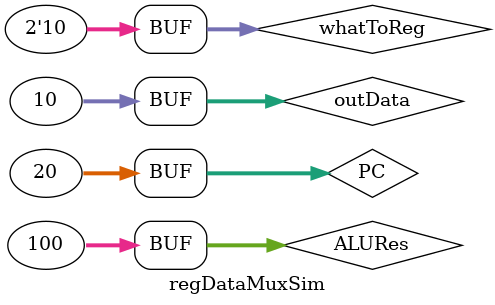
<source format=v>
`timescale 1 ns / 1 ps
module regDataMuxSim ();

reg [31:0] PC;
reg [31:0] outData;
reg [31:0] ALURes;

reg [1:0] whatToReg;

wire [31:0] WData;

initial begin
    PC <= 32'd20; outData <= 32'd10; ALURes <= 32'd100;
    whatToReg <= 2'b00; #10;
    whatToReg <= 2'b01; #10;
    whatToReg <= 2'b10; #10;
end

regDataMux regDMux (PC,outData,ALURes,whatToReg,WData);

endmodule
</source>
